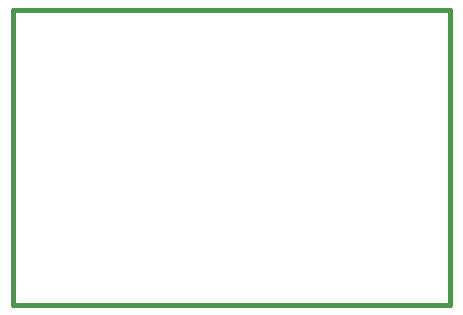
<source format=gko>
%FSLAX33Y33*%
%MOMM*%
%ADD10C,0.381*%
D10*
%LNpath-0*%
G01*
X0Y0D02*
X37000Y0D01*
X37000Y25000*
X0Y25000*
X0Y0*
%LNmechanical details_traces*%
M02*
</source>
